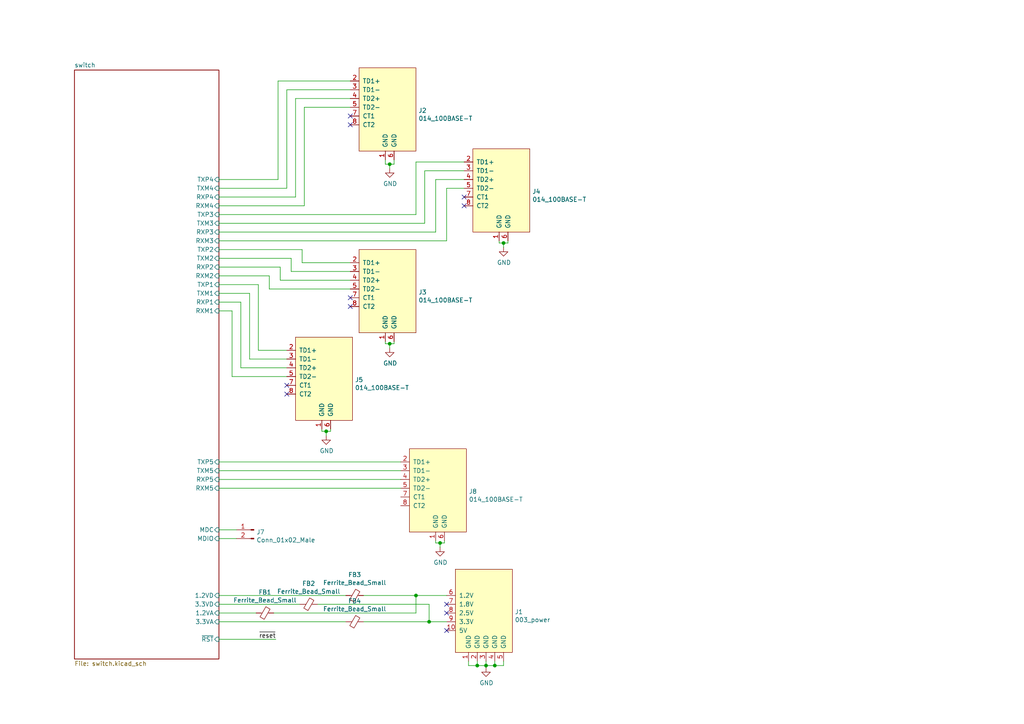
<source format=kicad_sch>
(kicad_sch (version 20211123) (generator eeschema)

  (uuid b88717bd-086f-46cd-9d3f-0396009d0996)

  (paper "A4")

  (lib_symbols
    (symbol "Connector:Conn_01x02_Male" (pin_names (offset 1.016) hide) (in_bom yes) (on_board yes)
      (property "Reference" "J" (id 0) (at 0 2.54 0)
        (effects (font (size 1.27 1.27)))
      )
      (property "Value" "Conn_01x02_Male" (id 1) (at 0 -5.08 0)
        (effects (font (size 1.27 1.27)))
      )
      (property "Footprint" "" (id 2) (at 0 0 0)
        (effects (font (size 1.27 1.27)) hide)
      )
      (property "Datasheet" "~" (id 3) (at 0 0 0)
        (effects (font (size 1.27 1.27)) hide)
      )
      (property "ki_keywords" "connector" (id 4) (at 0 0 0)
        (effects (font (size 1.27 1.27)) hide)
      )
      (property "ki_description" "Generic connector, single row, 01x02, script generated (kicad-library-utils/schlib/autogen/connector/)" (id 5) (at 0 0 0)
        (effects (font (size 1.27 1.27)) hide)
      )
      (property "ki_fp_filters" "Connector*:*_1x??_*" (id 6) (at 0 0 0)
        (effects (font (size 1.27 1.27)) hide)
      )
      (symbol "Conn_01x02_Male_1_1"
        (polyline
          (pts
            (xy 1.27 -2.54)
            (xy 0.8636 -2.54)
          )
          (stroke (width 0.1524) (type default) (color 0 0 0 0))
          (fill (type none))
        )
        (polyline
          (pts
            (xy 1.27 0)
            (xy 0.8636 0)
          )
          (stroke (width 0.1524) (type default) (color 0 0 0 0))
          (fill (type none))
        )
        (rectangle (start 0.8636 -2.413) (end 0 -2.667)
          (stroke (width 0.1524) (type default) (color 0 0 0 0))
          (fill (type outline))
        )
        (rectangle (start 0.8636 0.127) (end 0 -0.127)
          (stroke (width 0.1524) (type default) (color 0 0 0 0))
          (fill (type outline))
        )
        (pin passive line (at 5.08 0 180) (length 3.81)
          (name "Pin_1" (effects (font (size 1.27 1.27))))
          (number "1" (effects (font (size 1.27 1.27))))
        )
        (pin passive line (at 5.08 -2.54 180) (length 3.81)
          (name "Pin_2" (effects (font (size 1.27 1.27))))
          (number "2" (effects (font (size 1.27 1.27))))
        )
      )
    )
    (symbol "Device:Ferrite_Bead_Small" (pin_numbers hide) (pin_names (offset 0)) (in_bom yes) (on_board yes)
      (property "Reference" "FB" (id 0) (at 1.905 1.27 0)
        (effects (font (size 1.27 1.27)) (justify left))
      )
      (property "Value" "Device_Ferrite_Bead_Small" (id 1) (at 1.905 -1.27 0)
        (effects (font (size 1.27 1.27)) (justify left))
      )
      (property "Footprint" "" (id 2) (at -1.778 0 90)
        (effects (font (size 1.27 1.27)) hide)
      )
      (property "Datasheet" "" (id 3) (at 0 0 0)
        (effects (font (size 1.27 1.27)) hide)
      )
      (property "ki_fp_filters" "Inductor_* L_* *Ferrite*" (id 4) (at 0 0 0)
        (effects (font (size 1.27 1.27)) hide)
      )
      (symbol "Ferrite_Bead_Small_0_1"
        (polyline
          (pts
            (xy 0 -1.27)
            (xy 0 -0.7874)
          )
          (stroke (width 0) (type default) (color 0 0 0 0))
          (fill (type none))
        )
        (polyline
          (pts
            (xy 0 0.889)
            (xy 0 1.2954)
          )
          (stroke (width 0) (type default) (color 0 0 0 0))
          (fill (type none))
        )
        (polyline
          (pts
            (xy -1.8288 0.2794)
            (xy -1.1176 1.4986)
            (xy 1.8288 -0.2032)
            (xy 1.1176 -1.4224)
            (xy -1.8288 0.2794)
          )
          (stroke (width 0) (type default) (color 0 0 0 0))
          (fill (type none))
        )
      )
      (symbol "Ferrite_Bead_Small_1_1"
        (pin passive line (at 0 2.54 270) (length 1.27)
          (name "~" (effects (font (size 1.27 1.27))))
          (number "1" (effects (font (size 1.27 1.27))))
        )
        (pin passive line (at 0 -2.54 90) (length 1.27)
          (name "~" (effects (font (size 1.27 1.27))))
          (number "2" (effects (font (size 1.27 1.27))))
        )
      )
    )
    (symbol "power:GND" (power) (pin_names (offset 0)) (in_bom yes) (on_board yes)
      (property "Reference" "#PWR" (id 0) (at 0 -6.35 0)
        (effects (font (size 1.27 1.27)) hide)
      )
      (property "Value" "GND" (id 1) (at 0 -3.81 0)
        (effects (font (size 1.27 1.27)))
      )
      (property "Footprint" "" (id 2) (at 0 0 0)
        (effects (font (size 1.27 1.27)) hide)
      )
      (property "Datasheet" "" (id 3) (at 0 0 0)
        (effects (font (size 1.27 1.27)) hide)
      )
      (property "ki_keywords" "power-flag" (id 4) (at 0 0 0)
        (effects (font (size 1.27 1.27)) hide)
      )
      (property "ki_description" "Power symbol creates a global label with name \"GND\" , ground" (id 5) (at 0 0 0)
        (effects (font (size 1.27 1.27)) hide)
      )
      (symbol "GND_0_1"
        (polyline
          (pts
            (xy 0 0)
            (xy 0 -1.27)
            (xy 1.27 -1.27)
            (xy 0 -2.54)
            (xy -1.27 -1.27)
            (xy 0 -1.27)
          )
          (stroke (width 0) (type default) (color 0 0 0 0))
          (fill (type none))
        )
      )
      (symbol "GND_1_1"
        (pin power_in line (at 0 0 270) (length 0) hide
          (name "GND" (effects (font (size 1.27 1.27))))
          (number "1" (effects (font (size 1.27 1.27))))
        )
      )
    )
    (symbol "put_on_edge:003_power" (pin_names (offset 1.016)) (in_bom yes) (on_board yes)
      (property "Reference" "J" (id 0) (at -2.54 13.97 0)
        (effects (font (size 1.27 1.27)))
      )
      (property "Value" "put_on_edge_003_power" (id 1) (at 8.89 13.97 0)
        (effects (font (size 1.27 1.27)))
      )
      (property "Footprint" "" (id 2) (at 7.62 16.51 0)
        (effects (font (size 1.27 1.27)) hide)
      )
      (property "Datasheet" "" (id 3) (at 7.62 16.51 0)
        (effects (font (size 1.27 1.27)) hide)
      )
      (symbol "003_power_0_1"
        (rectangle (start -8.89 12.7) (end 7.62 -11.43)
          (stroke (width 0) (type default) (color 0 0 0 0))
          (fill (type background))
        )
      )
      (symbol "003_power_1_1"
        (pin power_in line (at -5.08 -13.97 90) (length 2.54)
          (name "GND" (effects (font (size 1.27 1.27))))
          (number "1" (effects (font (size 1.27 1.27))))
        )
        (pin power_out line (at -11.43 -5.08 0) (length 2.54)
          (name "5V" (effects (font (size 1.27 1.27))))
          (number "10" (effects (font (size 1.27 1.27))))
        )
        (pin power_in line (at -2.54 -13.97 90) (length 2.54)
          (name "GND" (effects (font (size 1.27 1.27))))
          (number "2" (effects (font (size 1.27 1.27))))
        )
        (pin power_in line (at 0 -13.97 90) (length 2.54)
          (name "GND" (effects (font (size 1.27 1.27))))
          (number "3" (effects (font (size 1.27 1.27))))
        )
        (pin power_in line (at 2.54 -13.97 90) (length 2.54)
          (name "GND" (effects (font (size 1.27 1.27))))
          (number "4" (effects (font (size 1.27 1.27))))
        )
        (pin power_in line (at 5.08 -13.97 90) (length 2.54)
          (name "GND" (effects (font (size 1.27 1.27))))
          (number "5" (effects (font (size 1.27 1.27))))
        )
        (pin power_out line (at -11.43 5.08 0) (length 2.54)
          (name "1.2V" (effects (font (size 1.27 1.27))))
          (number "6" (effects (font (size 1.27 1.27))))
        )
        (pin power_out line (at -11.43 2.54 0) (length 2.54)
          (name "1.8V" (effects (font (size 1.27 1.27))))
          (number "7" (effects (font (size 1.27 1.27))))
        )
        (pin power_out line (at -11.43 0 0) (length 2.54)
          (name "2.5V" (effects (font (size 1.27 1.27))))
          (number "8" (effects (font (size 1.27 1.27))))
        )
        (pin power_out line (at -11.43 -2.54 0) (length 2.54)
          (name "3.3V" (effects (font (size 1.27 1.27))))
          (number "9" (effects (font (size 1.27 1.27))))
        )
      )
    )
    (symbol "put_on_edge:014_100BASE-T" (pin_names (offset 1.016)) (in_bom yes) (on_board yes)
      (property "Reference" "J" (id 0) (at -2.54 13.97 0)
        (effects (font (size 1.27 1.27)))
      )
      (property "Value" "put_on_edge_014_100BASE-T" (id 1) (at 8.89 13.97 0)
        (effects (font (size 1.27 1.27)))
      )
      (property "Footprint" "" (id 2) (at 7.62 16.51 0)
        (effects (font (size 1.27 1.27)) hide)
      )
      (property "Datasheet" "" (id 3) (at 7.62 16.51 0)
        (effects (font (size 1.27 1.27)) hide)
      )
      (symbol "014_100BASE-T_0_1"
        (rectangle (start -8.89 12.7) (end 7.62 -11.43)
          (stroke (width 0) (type default) (color 0 0 0 0))
          (fill (type background))
        )
      )
      (symbol "014_100BASE-T_1_1"
        (pin power_in line (at -1.27 -13.97 90) (length 2.54)
          (name "GND" (effects (font (size 1.27 1.27))))
          (number "1" (effects (font (size 1.27 1.27))))
        )
        (pin bidirectional line (at -11.43 8.89 0) (length 2.54)
          (name "TD1+" (effects (font (size 1.27 1.27))))
          (number "2" (effects (font (size 1.27 1.27))))
        )
        (pin bidirectional line (at -11.43 6.35 0) (length 2.54)
          (name "TD1-" (effects (font (size 1.27 1.27))))
          (number "3" (effects (font (size 1.27 1.27))))
        )
        (pin bidirectional line (at -11.43 3.81 0) (length 2.54)
          (name "TD2+" (effects (font (size 1.27 1.27))))
          (number "4" (effects (font (size 1.27 1.27))))
        )
        (pin bidirectional line (at -11.43 1.27 0) (length 2.54)
          (name "TD2-" (effects (font (size 1.27 1.27))))
          (number "5" (effects (font (size 1.27 1.27))))
        )
        (pin power_in line (at 1.27 -13.97 90) (length 2.54)
          (name "GND" (effects (font (size 1.27 1.27))))
          (number "6" (effects (font (size 1.27 1.27))))
        )
        (pin bidirectional line (at -11.43 -1.27 0) (length 2.54)
          (name "CT1" (effects (font (size 1.27 1.27))))
          (number "7" (effects (font (size 1.27 1.27))))
        )
        (pin bidirectional line (at -11.43 -3.81 0) (length 2.54)
          (name "CT2" (effects (font (size 1.27 1.27))))
          (number "8" (effects (font (size 1.27 1.27))))
        )
      )
    )
  )

  (junction (at 146.05 70.485) (diameter 0) (color 0 0 0 0)
    (uuid 101ef598-601d-400e-9ef6-d655fbb1dbfa)
  )
  (junction (at 124.46 180.34) (diameter 0) (color 0 0 0 0)
    (uuid 7599133e-c681-4202-85d9-c20dac196c64)
  )
  (junction (at 113.03 47.625) (diameter 0) (color 0 0 0 0)
    (uuid 8087f566-a94d-4bbc-985b-e49ee7762296)
  )
  (junction (at 94.615 125.095) (diameter 0) (color 0 0 0 0)
    (uuid 82be7aae-5d06-4178-8c3e-98760c41b054)
  )
  (junction (at 127.635 157.48) (diameter 0) (color 0 0 0 0)
    (uuid 8bc2c25a-a1f1-4ce8-b96a-a4f8f4c35079)
  )
  (junction (at 143.51 193.04) (diameter 0) (color 0 0 0 0)
    (uuid b1c649b1-f44d-46c7-9dea-818e75a1b87e)
  )
  (junction (at 140.97 193.04) (diameter 0) (color 0 0 0 0)
    (uuid b7199d9b-bebb-4100-9ad3-c2bd31e21d65)
  )
  (junction (at 113.03 99.695) (diameter 0) (color 0 0 0 0)
    (uuid c094494a-f6f7-43fc-a007-4951484ddf3a)
  )
  (junction (at 138.43 193.04) (diameter 0) (color 0 0 0 0)
    (uuid db36f6e3-e72a-487f-bda9-88cc84536f62)
  )
  (junction (at 120.65 172.72) (diameter 0) (color 0 0 0 0)
    (uuid ec31c074-17b2-48e1-ab01-071acad3fa04)
  )

  (no_connect (at 129.54 182.88) (uuid 16bd6381-8ac0-4bf2-9dce-ecc20c724b8d))
  (no_connect (at 83.185 114.3) (uuid 173f6f06-e7d0-42ac-ab03-ce6b79b9eeee))
  (no_connect (at 101.6 86.36) (uuid 2e842263-c0ba-46fd-a760-6624d4c78278))
  (no_connect (at 101.6 36.195) (uuid 309b3bff-19c8-41ec-a84d-63399c649f46))
  (no_connect (at 83.185 111.76) (uuid 4632212f-13ce-4392-bc68-ccb9ba333770))
  (no_connect (at 129.54 177.8) (uuid 85b7594c-358f-454b-b2ad-dd0b1d67ed76))
  (no_connect (at 101.6 88.9) (uuid 8c0807a7-765b-4fa5-baaa-e09a2b610e6b))
  (no_connect (at 101.6 33.655) (uuid bd9595a1-04f3-4fda-8f1b-e65ad874edd3))
  (no_connect (at 134.62 59.69) (uuid be645d0f-8568-47a0-a152-e3ddd33563eb))
  (no_connect (at 129.54 175.26) (uuid c5eb1e4c-ce83-470e-8f32-e20ff1f886a3))
  (no_connect (at 134.62 57.15) (uuid ebd06df3-d52b-4cff-99a2-a771df6d3733))

  (wire (pts (xy 63.5 74.93) (xy 84.455 74.93))
    (stroke (width 0) (type default) (color 0 0 0 0))
    (uuid 0325ec43-0390-4ae2-b055-b1ec6ce17b1c)
  )
  (wire (pts (xy 87.63 72.39) (xy 87.63 76.2))
    (stroke (width 0) (type default) (color 0 0 0 0))
    (uuid 057af6bb-cf6f-4bfb-b0c0-2e92a2c09a47)
  )
  (wire (pts (xy 127.635 157.48) (xy 128.905 157.48))
    (stroke (width 0) (type default) (color 0 0 0 0))
    (uuid 071522c0-d0ed-49b9-906e-6295f67fb0dc)
  )
  (wire (pts (xy 120.65 177.8) (xy 120.65 172.72))
    (stroke (width 0) (type default) (color 0 0 0 0))
    (uuid 0755aee5-bc01-4cb5-b830-583289df50a3)
  )
  (wire (pts (xy 140.97 191.77) (xy 140.97 193.04))
    (stroke (width 0) (type default) (color 0 0 0 0))
    (uuid 0c3dceba-7c95-4b3d-b590-0eb581444beb)
  )
  (wire (pts (xy 63.5 67.31) (xy 126.365 67.31))
    (stroke (width 0) (type default) (color 0 0 0 0))
    (uuid 0ce8d3ab-2662-4158-8a2a-18b782908fc5)
  )
  (wire (pts (xy 123.19 64.77) (xy 123.19 49.53))
    (stroke (width 0) (type default) (color 0 0 0 0))
    (uuid 0e8f7fc0-2ef2-4b90-9c15-8a3a601ee459)
  )
  (wire (pts (xy 93.345 125.095) (xy 94.615 125.095))
    (stroke (width 0) (type default) (color 0 0 0 0))
    (uuid 15fe8f3d-6077-4e0e-81d0-8ec3f4538981)
  )
  (wire (pts (xy 138.43 191.77) (xy 138.43 193.04))
    (stroke (width 0) (type default) (color 0 0 0 0))
    (uuid 16a9ae8c-3ad2-439b-8efe-377c994670c7)
  )
  (wire (pts (xy 92.075 175.26) (xy 124.46 175.26))
    (stroke (width 0) (type default) (color 0 0 0 0))
    (uuid 182b2d54-931d-49d6-9f39-60a752623e36)
  )
  (wire (pts (xy 83.185 54.61) (xy 83.185 26.035))
    (stroke (width 0) (type default) (color 0 0 0 0))
    (uuid 20c315f4-1e4f-49aa-8d61-778a7389df7e)
  )
  (wire (pts (xy 74.93 82.55) (xy 74.93 101.6))
    (stroke (width 0) (type default) (color 0 0 0 0))
    (uuid 22999e73-da32-43a5-9163-4b3a41614f25)
  )
  (wire (pts (xy 67.31 90.17) (xy 67.31 109.22))
    (stroke (width 0) (type default) (color 0 0 0 0))
    (uuid 240c10af-51b5-420e-a6f4-a2c8f5db1db5)
  )
  (wire (pts (xy 81.28 81.28) (xy 101.6 81.28))
    (stroke (width 0) (type default) (color 0 0 0 0))
    (uuid 262f1ea9-0133-4b43-be36-456207ea857c)
  )
  (wire (pts (xy 85.725 28.575) (xy 101.6 28.575))
    (stroke (width 0) (type default) (color 0 0 0 0))
    (uuid 27d56953-c620-4d5b-9c1c-e48bc3d9684a)
  )
  (wire (pts (xy 127.635 158.75) (xy 127.635 157.48))
    (stroke (width 0) (type default) (color 0 0 0 0))
    (uuid 2846428d-39de-4eae-8ce2-64955d56c493)
  )
  (wire (pts (xy 126.365 67.31) (xy 126.365 52.07))
    (stroke (width 0) (type default) (color 0 0 0 0))
    (uuid 29195ea4-8218-44a1-b4bf-466bee0082e4)
  )
  (wire (pts (xy 63.5 62.23) (xy 120.65 62.23))
    (stroke (width 0) (type default) (color 0 0 0 0))
    (uuid 29e058a7-50a3-43e5-81c3-bfee53da08be)
  )
  (wire (pts (xy 69.85 106.68) (xy 83.185 106.68))
    (stroke (width 0) (type default) (color 0 0 0 0))
    (uuid 2d697cf0-e02e-4ed1-a048-a704dab0ee43)
  )
  (wire (pts (xy 63.5 153.67) (xy 68.58 153.67))
    (stroke (width 0) (type default) (color 0 0 0 0))
    (uuid 2dc54bac-8640-4dd7-b8ed-3c7acb01a8ea)
  )
  (wire (pts (xy 63.5 185.42) (xy 80.01 185.42))
    (stroke (width 0) (type default) (color 0 0 0 0))
    (uuid 2f215f15-3d52-4c91-93e6-3ea03a95622f)
  )
  (wire (pts (xy 113.03 99.695) (xy 113.03 100.965))
    (stroke (width 0) (type default) (color 0 0 0 0))
    (uuid 35a9f71f-ba35-47f6-814e-4106ac36c51e)
  )
  (wire (pts (xy 63.5 64.77) (xy 123.19 64.77))
    (stroke (width 0) (type default) (color 0 0 0 0))
    (uuid 382ca670-6ae8-4de6-90f9-f241d1337171)
  )
  (wire (pts (xy 114.3 47.625) (xy 114.3 46.355))
    (stroke (width 0) (type default) (color 0 0 0 0))
    (uuid 3a52f112-cb97-43db-aaeb-20afe27664d7)
  )
  (wire (pts (xy 88.265 31.115) (xy 101.6 31.115))
    (stroke (width 0) (type default) (color 0 0 0 0))
    (uuid 3fd54105-4b7e-4004-9801-76ec66108a22)
  )
  (wire (pts (xy 72.39 104.14) (xy 83.185 104.14))
    (stroke (width 0) (type default) (color 0 0 0 0))
    (uuid 40b14a16-fb82-4b9d-89dd-55cd98abb5cc)
  )
  (wire (pts (xy 111.76 47.625) (xy 113.03 47.625))
    (stroke (width 0) (type default) (color 0 0 0 0))
    (uuid 41acfe41-fac7-432a-a7a3-946566e2d504)
  )
  (wire (pts (xy 63.5 177.8) (xy 74.295 177.8))
    (stroke (width 0) (type default) (color 0 0 0 0))
    (uuid 4a21e717-d46d-4d9e-8b98-af4ecb02d3ec)
  )
  (wire (pts (xy 128.905 157.48) (xy 128.905 156.845))
    (stroke (width 0) (type default) (color 0 0 0 0))
    (uuid 4e315e69-0417-463a-8b7f-469a08d1496e)
  )
  (wire (pts (xy 127.635 157.48) (xy 126.365 157.48))
    (stroke (width 0) (type default) (color 0 0 0 0))
    (uuid 4fa10683-33cd-4dcd-8acc-2415cd63c62a)
  )
  (wire (pts (xy 124.46 180.34) (xy 105.41 180.34))
    (stroke (width 0) (type default) (color 0 0 0 0))
    (uuid 4fb21471-41be-4be8-9687-66030f97befc)
  )
  (wire (pts (xy 67.31 109.22) (xy 83.185 109.22))
    (stroke (width 0) (type default) (color 0 0 0 0))
    (uuid 503dbd88-3e6b-48cc-a2ea-a6e28b52a1f7)
  )
  (wire (pts (xy 84.455 78.74) (xy 101.6 78.74))
    (stroke (width 0) (type default) (color 0 0 0 0))
    (uuid 576c6616-e95d-4f1e-8ead-dea30fcdc8c2)
  )
  (wire (pts (xy 67.31 90.17) (xy 63.5 90.17))
    (stroke (width 0) (type default) (color 0 0 0 0))
    (uuid 592f25e6-a01b-47fd-8172-3da01117d00a)
  )
  (wire (pts (xy 114.3 99.695) (xy 114.3 99.06))
    (stroke (width 0) (type default) (color 0 0 0 0))
    (uuid 5b34a16c-5a14-4291-8242-ea6d6ac54372)
  )
  (wire (pts (xy 120.65 62.23) (xy 120.65 46.99))
    (stroke (width 0) (type default) (color 0 0 0 0))
    (uuid 5cf2db29-f7ab-499a-9907-cdeba64bf0f3)
  )
  (wire (pts (xy 78.105 83.82) (xy 101.6 83.82))
    (stroke (width 0) (type default) (color 0 0 0 0))
    (uuid 5edcefbe-9766-42c8-9529-28d0ec865573)
  )
  (wire (pts (xy 120.65 172.72) (xy 129.54 172.72))
    (stroke (width 0) (type default) (color 0 0 0 0))
    (uuid 60dcd1fe-7079-4cb8-b509-04558ccf5097)
  )
  (wire (pts (xy 111.76 46.355) (xy 111.76 47.625))
    (stroke (width 0) (type default) (color 0 0 0 0))
    (uuid 644ae9fc-3c8e-4089-866e-a12bf371c3e9)
  )
  (wire (pts (xy 144.78 69.85) (xy 144.78 70.485))
    (stroke (width 0) (type default) (color 0 0 0 0))
    (uuid 65134029-dbd2-409a-85a8-13c2a33ff019)
  )
  (wire (pts (xy 72.39 85.09) (xy 72.39 104.14))
    (stroke (width 0) (type default) (color 0 0 0 0))
    (uuid 658dad07-97fd-466c-8b49-21892ac96ea4)
  )
  (wire (pts (xy 143.51 193.04) (xy 140.97 193.04))
    (stroke (width 0) (type default) (color 0 0 0 0))
    (uuid 6595b9c7-02ee-4647-bde5-6b566e35163e)
  )
  (wire (pts (xy 111.76 99.06) (xy 111.76 99.695))
    (stroke (width 0) (type default) (color 0 0 0 0))
    (uuid 6781326c-6e0d-4753-8f28-0f5c687e01f9)
  )
  (wire (pts (xy 105.41 172.72) (xy 120.65 172.72))
    (stroke (width 0) (type default) (color 0 0 0 0))
    (uuid 6d26d68f-1ca7-4ff3-b058-272f1c399047)
  )
  (wire (pts (xy 74.93 101.6) (xy 83.185 101.6))
    (stroke (width 0) (type default) (color 0 0 0 0))
    (uuid 6e68f0cd-800e-4167-9553-71fc59da1eeb)
  )
  (wire (pts (xy 88.265 59.69) (xy 88.265 31.115))
    (stroke (width 0) (type default) (color 0 0 0 0))
    (uuid 6fd4442e-30b3-428b-9306-61418a63d311)
  )
  (wire (pts (xy 124.46 175.26) (xy 124.46 180.34))
    (stroke (width 0) (type default) (color 0 0 0 0))
    (uuid 70e15522-1572-4451-9c0d-6d36ac70d8c6)
  )
  (wire (pts (xy 78.105 80.01) (xy 78.105 83.82))
    (stroke (width 0) (type default) (color 0 0 0 0))
    (uuid 721d1be9-236e-470b-ba69-f1cc6c43faf9)
  )
  (wire (pts (xy 135.89 193.04) (xy 138.43 193.04))
    (stroke (width 0) (type default) (color 0 0 0 0))
    (uuid 730b670c-9bcf-4dcd-9a8d-fcaa61fb0955)
  )
  (wire (pts (xy 140.97 193.04) (xy 140.97 193.675))
    (stroke (width 0) (type default) (color 0 0 0 0))
    (uuid 770ad51a-7219-4633-b24a-bd20feb0a6c5)
  )
  (wire (pts (xy 63.5 54.61) (xy 83.185 54.61))
    (stroke (width 0) (type default) (color 0 0 0 0))
    (uuid 7a4ce4b3-518a-4819-b8b2-5127b3347c64)
  )
  (wire (pts (xy 84.455 74.93) (xy 84.455 78.74))
    (stroke (width 0) (type default) (color 0 0 0 0))
    (uuid 7b044939-8c4d-444f-b9e0-a15fcdeb5a86)
  )
  (wire (pts (xy 83.185 26.035) (xy 101.6 26.035))
    (stroke (width 0) (type default) (color 0 0 0 0))
    (uuid 7e0a03ae-d054-4f76-a131-5c09b8dc1636)
  )
  (wire (pts (xy 144.78 70.485) (xy 146.05 70.485))
    (stroke (width 0) (type default) (color 0 0 0 0))
    (uuid 7f2301df-e4bc-479e-a681-cc59c9a2dbbb)
  )
  (wire (pts (xy 146.05 70.485) (xy 146.05 71.755))
    (stroke (width 0) (type default) (color 0 0 0 0))
    (uuid 7f52d787-caa3-4a92-b1b2-19d554dc29a4)
  )
  (wire (pts (xy 95.885 125.095) (xy 95.885 124.46))
    (stroke (width 0) (type default) (color 0 0 0 0))
    (uuid 814763c2-92e5-4a2c-941c-9bbd073f6e87)
  )
  (wire (pts (xy 72.39 85.09) (xy 63.5 85.09))
    (stroke (width 0) (type default) (color 0 0 0 0))
    (uuid 81a15393-727e-448b-a777-b18773023d89)
  )
  (wire (pts (xy 63.5 77.47) (xy 81.28 77.47))
    (stroke (width 0) (type default) (color 0 0 0 0))
    (uuid 89e83c2e-e90a-4a50-b278-880bac0cfb49)
  )
  (wire (pts (xy 135.89 191.77) (xy 135.89 193.04))
    (stroke (width 0) (type default) (color 0 0 0 0))
    (uuid 8a650ebf-3f78-4ca4-a26b-a5028693e36d)
  )
  (wire (pts (xy 63.5 59.69) (xy 88.265 59.69))
    (stroke (width 0) (type default) (color 0 0 0 0))
    (uuid 8d0c1d66-35ef-4a53-a28f-436a11b54f42)
  )
  (wire (pts (xy 85.725 57.15) (xy 85.725 28.575))
    (stroke (width 0) (type default) (color 0 0 0 0))
    (uuid 9193c41e-d425-447d-b95c-6986d66ea01c)
  )
  (wire (pts (xy 87.63 76.2) (xy 101.6 76.2))
    (stroke (width 0) (type default) (color 0 0 0 0))
    (uuid 935f462d-8b1e-4005-9f1e-17f537ab1756)
  )
  (wire (pts (xy 143.51 191.77) (xy 143.51 193.04))
    (stroke (width 0) (type default) (color 0 0 0 0))
    (uuid 965308c8-e014-459a-b9db-b8493a601c62)
  )
  (wire (pts (xy 113.03 47.625) (xy 114.3 47.625))
    (stroke (width 0) (type default) (color 0 0 0 0))
    (uuid 98c78427-acd5-4f90-9ad6-9f61c4809aec)
  )
  (wire (pts (xy 113.03 99.695) (xy 114.3 99.695))
    (stroke (width 0) (type default) (color 0 0 0 0))
    (uuid 9b3c58a7-a9b9-4498-abc0-f9f43e4f0292)
  )
  (wire (pts (xy 126.365 157.48) (xy 126.365 156.845))
    (stroke (width 0) (type default) (color 0 0 0 0))
    (uuid 9cbf35b8-f4d3-42a3-bb16-04ffd03fd8fd)
  )
  (wire (pts (xy 63.5 87.63) (xy 69.85 87.63))
    (stroke (width 0) (type default) (color 0 0 0 0))
    (uuid a4f86a46-3bc8-4daa-9125-a63f297eb114)
  )
  (wire (pts (xy 81.28 77.47) (xy 81.28 81.28))
    (stroke (width 0) (type default) (color 0 0 0 0))
    (uuid a5e521b9-814e-4853-a5ac-f158785c6269)
  )
  (wire (pts (xy 80.645 52.07) (xy 80.645 23.495))
    (stroke (width 0) (type default) (color 0 0 0 0))
    (uuid a6b7df29-bcf8-46a9-b623-7eaac47f5110)
  )
  (wire (pts (xy 147.32 70.485) (xy 147.32 69.85))
    (stroke (width 0) (type default) (color 0 0 0 0))
    (uuid a8447faf-e0a0-4c4a-ae53-4d4b28669151)
  )
  (wire (pts (xy 80.645 23.495) (xy 101.6 23.495))
    (stroke (width 0) (type default) (color 0 0 0 0))
    (uuid a9b3f6e4-7a6d-4ae8-ad28-3d8458e0ca1a)
  )
  (wire (pts (xy 146.05 193.04) (xy 146.05 191.77))
    (stroke (width 0) (type default) (color 0 0 0 0))
    (uuid abe07c9a-17c3-43b5-b7a6-ae867ac27ea7)
  )
  (wire (pts (xy 123.19 49.53) (xy 134.62 49.53))
    (stroke (width 0) (type default) (color 0 0 0 0))
    (uuid b0906e10-2fbc-4309-a8b4-6fc4cd1a5490)
  )
  (wire (pts (xy 63.5 133.985) (xy 116.205 133.985))
    (stroke (width 0) (type default) (color 0 0 0 0))
    (uuid b1ddb058-f7b2-429c-9489-f4e2242ad7e5)
  )
  (wire (pts (xy 79.375 177.8) (xy 120.65 177.8))
    (stroke (width 0) (type default) (color 0 0 0 0))
    (uuid bd065eaf-e495-4837-bdb3-129934de1fc7)
  )
  (wire (pts (xy 69.85 87.63) (xy 69.85 106.68))
    (stroke (width 0) (type default) (color 0 0 0 0))
    (uuid c09938fd-06b9-4771-9f63-2311626243b3)
  )
  (wire (pts (xy 116.205 141.605) (xy 63.5 141.605))
    (stroke (width 0) (type default) (color 0 0 0 0))
    (uuid c106154f-d948-43e5-abfa-e1b96055d91b)
  )
  (wire (pts (xy 63.5 80.01) (xy 78.105 80.01))
    (stroke (width 0) (type default) (color 0 0 0 0))
    (uuid c1c799a0-3c93-493a-9ad7-8a0561bc69ee)
  )
  (wire (pts (xy 63.5 180.34) (xy 100.33 180.34))
    (stroke (width 0) (type default) (color 0 0 0 0))
    (uuid c25a772d-af9c-4ebc-96f6-0966738c13a8)
  )
  (wire (pts (xy 111.76 99.695) (xy 113.03 99.695))
    (stroke (width 0) (type default) (color 0 0 0 0))
    (uuid c701ee8e-1214-4781-a973-17bef7b6e3eb)
  )
  (wire (pts (xy 146.05 70.485) (xy 147.32 70.485))
    (stroke (width 0) (type default) (color 0 0 0 0))
    (uuid c8029a4c-945d-42ca-871a-dd73ff50a1a3)
  )
  (wire (pts (xy 129.54 54.61) (xy 134.62 54.61))
    (stroke (width 0) (type default) (color 0 0 0 0))
    (uuid c9667181-b3c7-4b01-b8b4-baa29a9aea63)
  )
  (wire (pts (xy 63.5 72.39) (xy 87.63 72.39))
    (stroke (width 0) (type default) (color 0 0 0 0))
    (uuid cb16d05e-318b-4e51-867b-70d791d75bea)
  )
  (wire (pts (xy 68.58 156.21) (xy 63.5 156.21))
    (stroke (width 0) (type default) (color 0 0 0 0))
    (uuid cf386a39-fc62-49dd-8ec5-e044f6bd67ce)
  )
  (wire (pts (xy 63.5 69.85) (xy 129.54 69.85))
    (stroke (width 0) (type default) (color 0 0 0 0))
    (uuid cff34251-839c-4da9-a0ad-85d0fc4e32af)
  )
  (wire (pts (xy 126.365 52.07) (xy 134.62 52.07))
    (stroke (width 0) (type default) (color 0 0 0 0))
    (uuid d0fb0864-e79b-4bdc-8e8e-eed0cabe6d56)
  )
  (wire (pts (xy 129.54 180.34) (xy 124.46 180.34))
    (stroke (width 0) (type default) (color 0 0 0 0))
    (uuid d3d7e298-1d39-4294-a3ab-c84cc0dc5e5a)
  )
  (wire (pts (xy 63.5 172.72) (xy 100.33 172.72))
    (stroke (width 0) (type default) (color 0 0 0 0))
    (uuid d5641ac9-9be7-46bf-90b3-6c83d852b5ba)
  )
  (wire (pts (xy 129.54 69.85) (xy 129.54 54.61))
    (stroke (width 0) (type default) (color 0 0 0 0))
    (uuid d5b800ca-1ab6-4b66-b5f7-2dda5658b504)
  )
  (wire (pts (xy 63.5 57.15) (xy 85.725 57.15))
    (stroke (width 0) (type default) (color 0 0 0 0))
    (uuid d6fb27cf-362d-4568-967c-a5bf49d5931b)
  )
  (wire (pts (xy 63.5 52.07) (xy 80.645 52.07))
    (stroke (width 0) (type default) (color 0 0 0 0))
    (uuid d9c6d5d2-0b49-49ba-a970-cd2c32f74c54)
  )
  (wire (pts (xy 63.5 175.26) (xy 86.995 175.26))
    (stroke (width 0) (type default) (color 0 0 0 0))
    (uuid dde51ae5-b215-445e-92bb-4a12ec410531)
  )
  (wire (pts (xy 94.615 125.095) (xy 95.885 125.095))
    (stroke (width 0) (type default) (color 0 0 0 0))
    (uuid e1535036-5d36-405f-bb86-3819621c4f23)
  )
  (wire (pts (xy 93.345 124.46) (xy 93.345 125.095))
    (stroke (width 0) (type default) (color 0 0 0 0))
    (uuid e40e8cef-4fb0-4fc3-be09-3875b2cc8469)
  )
  (wire (pts (xy 138.43 193.04) (xy 140.97 193.04))
    (stroke (width 0) (type default) (color 0 0 0 0))
    (uuid e4c6fdbb-fdc7-4ad4-a516-240d84cdc120)
  )
  (wire (pts (xy 94.615 126.365) (xy 94.615 125.095))
    (stroke (width 0) (type default) (color 0 0 0 0))
    (uuid e65b62be-e01b-4688-a999-1d1be370c4ae)
  )
  (wire (pts (xy 63.5 82.55) (xy 74.93 82.55))
    (stroke (width 0) (type default) (color 0 0 0 0))
    (uuid ec5c2062-3a41-4636-8803-069e60a1641a)
  )
  (wire (pts (xy 116.205 136.525) (xy 63.5 136.525))
    (stroke (width 0) (type default) (color 0 0 0 0))
    (uuid eee16674-2d21-45b6-ab5e-d669125df26c)
  )
  (wire (pts (xy 143.51 193.04) (xy 146.05 193.04))
    (stroke (width 0) (type default) (color 0 0 0 0))
    (uuid f3628265-0155-43e2-a467-c40ff783e265)
  )
  (wire (pts (xy 63.5 139.065) (xy 116.205 139.065))
    (stroke (width 0) (type default) (color 0 0 0 0))
    (uuid f449bd37-cc90-4487-aee6-2a20b8d2843a)
  )
  (wire (pts (xy 113.03 47.625) (xy 113.03 48.895))
    (stroke (width 0) (type default) (color 0 0 0 0))
    (uuid f4eb0267-179f-46c9-b516-9bfb06bac1ba)
  )
  (wire (pts (xy 120.65 46.99) (xy 134.62 46.99))
    (stroke (width 0) (type default) (color 0 0 0 0))
    (uuid feb26ecb-9193-46ea-a41b-d09305bf0a3e)
  )

  (label "~{reset}" (at 80.01 185.42 180)
    (effects (font (size 1.27 1.27)) (justify right bottom))
    (uuid 61fe293f-6808-4b7f-9340-9aaac7054a97)
  )

  (symbol (lib_id "put_on_edge:003_power") (at 140.97 177.8 0) (unit 1)
    (in_bom yes) (on_board yes)
    (uuid 00000000-0000-0000-0000-000060a0a830)
    (property "Reference" "J1" (id 0) (at 149.3012 177.4698 0)
      (effects (font (size 1.27 1.27)) (justify left))
    )
    (property "Value" "003_power" (id 1) (at 149.3012 179.7812 0)
      (effects (font (size 1.27 1.27)) (justify left))
    )
    (property "Footprint" "on_edge:on_edge_2x05_device" (id 2) (at 148.59 161.29 0)
      (effects (font (size 1.27 1.27)) hide)
    )
    (property "Datasheet" "" (id 3) (at 148.59 161.29 0)
      (effects (font (size 1.27 1.27)) hide)
    )
    (pin "1" (uuid 02fe7830-e856-472d-9dc9-dbb0dfb8d230))
    (pin "10" (uuid 322acbc2-fffe-4787-a9a5-a26399971bdf))
    (pin "2" (uuid e7ee7906-bc08-410f-88ee-7f7c70df7a3f))
    (pin "3" (uuid 8e10ce0d-3ed0-4435-ad55-35769451510f))
    (pin "4" (uuid 11bc6db9-91f6-40e9-aed4-d0a2cd7787e6))
    (pin "5" (uuid 209b3b2f-0fce-4e8e-bbe6-5f4d3d291a30))
    (pin "6" (uuid 7aa9af5b-8265-4f36-b44b-4f65c57d845b))
    (pin "7" (uuid 7cc910f2-74fd-451b-bb1b-0a6c296c61e3))
    (pin "8" (uuid bcf6b6cb-d2d2-411f-b221-af728d1d11df))
    (pin "9" (uuid ad2c2e59-c034-4d71-b690-64f26f121be3))
  )

  (symbol (lib_id "Device:Ferrite_Bead_Small") (at 102.87 172.72 270) (unit 1)
    (in_bom yes) (on_board yes)
    (uuid 00000000-0000-0000-0000-000060a0c353)
    (property "Reference" "FB3" (id 0) (at 102.87 166.7002 90))
    (property "Value" "Ferrite_Bead_Small" (id 1) (at 102.87 169.0116 90))
    (property "Footprint" "Inductor_SMD:L_0805_2012Metric" (id 2) (at 102.87 170.942 90)
      (effects (font (size 1.27 1.27)) hide)
    )
    (property "Datasheet" "~" (id 3) (at 102.87 172.72 0)
      (effects (font (size 1.27 1.27)) hide)
    )
    (pin "1" (uuid 19a76cea-91ca-4777-a1cf-6272316decd5))
    (pin "2" (uuid 6ec291bb-5b88-4934-80dc-aa49158a8c0e))
  )

  (symbol (lib_id "Device:Ferrite_Bead_Small") (at 102.87 180.34 270) (unit 1)
    (in_bom yes) (on_board yes)
    (uuid 00000000-0000-0000-0000-000060a0d0c5)
    (property "Reference" "FB4" (id 0) (at 102.87 174.3202 90))
    (property "Value" "Ferrite_Bead_Small" (id 1) (at 102.87 176.6316 90))
    (property "Footprint" "Inductor_SMD:L_0805_2012Metric" (id 2) (at 102.87 178.562 90)
      (effects (font (size 1.27 1.27)) hide)
    )
    (property "Datasheet" "~" (id 3) (at 102.87 180.34 0)
      (effects (font (size 1.27 1.27)) hide)
    )
    (pin "1" (uuid bcfb0e5c-6252-4605-8607-f1edb2726efc))
    (pin "2" (uuid 22319081-1ef3-4385-91fd-4640d150ed4e))
  )

  (symbol (lib_id "power:GND") (at 140.97 193.675 0) (unit 1)
    (in_bom yes) (on_board yes)
    (uuid 00000000-0000-0000-0000-000060a0e20a)
    (property "Reference" "#PWR0101" (id 0) (at 140.97 200.025 0)
      (effects (font (size 1.27 1.27)) hide)
    )
    (property "Value" "GND" (id 1) (at 141.097 198.0692 0))
    (property "Footprint" "" (id 2) (at 140.97 193.675 0)
      (effects (font (size 1.27 1.27)) hide)
    )
    (property "Datasheet" "" (id 3) (at 140.97 193.675 0)
      (effects (font (size 1.27 1.27)) hide)
    )
    (pin "1" (uuid 0ecb24eb-a7bb-472b-9aef-c14f278963be))
  )

  (symbol (lib_id "Device:Ferrite_Bead_Small") (at 89.535 175.26 270) (unit 1)
    (in_bom yes) (on_board yes)
    (uuid 00000000-0000-0000-0000-000060a0f5c3)
    (property "Reference" "FB2" (id 0) (at 89.535 169.2402 90))
    (property "Value" "Ferrite_Bead_Small" (id 1) (at 89.535 171.5516 90))
    (property "Footprint" "Inductor_SMD:L_0805_2012Metric" (id 2) (at 89.535 173.482 90)
      (effects (font (size 1.27 1.27)) hide)
    )
    (property "Datasheet" "~" (id 3) (at 89.535 175.26 0)
      (effects (font (size 1.27 1.27)) hide)
    )
    (pin "1" (uuid 10f08cf5-bfe7-4d14-8ac9-5f0e5443f3b1))
    (pin "2" (uuid 76a331ca-95b2-43d5-b3fd-2b4a2c927cc0))
  )

  (symbol (lib_id "Device:Ferrite_Bead_Small") (at 76.835 177.8 270) (unit 1)
    (in_bom yes) (on_board yes)
    (uuid 00000000-0000-0000-0000-000060a0fb6e)
    (property "Reference" "FB1" (id 0) (at 76.835 171.7802 90))
    (property "Value" "Ferrite_Bead_Small" (id 1) (at 76.835 174.0916 90))
    (property "Footprint" "Inductor_SMD:L_0805_2012Metric" (id 2) (at 76.835 176.022 90)
      (effects (font (size 1.27 1.27)) hide)
    )
    (property "Datasheet" "~" (id 3) (at 76.835 177.8 0)
      (effects (font (size 1.27 1.27)) hide)
    )
    (pin "1" (uuid dab240a8-a6c4-4850-a87a-16f319081570))
    (pin "2" (uuid 8ef50d9e-64f5-4e17-8519-d20a50206f12))
  )

  (symbol (lib_id "put_on_edge:014_100BASE-T") (at 113.03 32.385 0) (unit 1)
    (in_bom yes) (on_board yes)
    (uuid 00000000-0000-0000-0000-000060a11ebc)
    (property "Reference" "J2" (id 0) (at 121.3612 32.0548 0)
      (effects (font (size 1.27 1.27)) (justify left))
    )
    (property "Value" "014_100BASE-T" (id 1) (at 121.3612 34.3662 0)
      (effects (font (size 1.27 1.27)) (justify left))
    )
    (property "Footprint" "on_edge:on_edge_2x05_host" (id 2) (at 120.65 15.875 0)
      (effects (font (size 1.27 1.27)) hide)
    )
    (property "Datasheet" "" (id 3) (at 120.65 15.875 0)
      (effects (font (size 1.27 1.27)) hide)
    )
    (pin "1" (uuid 8d3a9eec-e9a7-4f7a-a913-1c4b83c46ec3))
    (pin "2" (uuid f81e2caa-f7a2-40dd-8668-c447b8223c0a))
    (pin "3" (uuid 72a9971d-80eb-424e-8388-53dbf5a11496))
    (pin "4" (uuid 2c80d841-6d46-4220-9814-cc2a39811094))
    (pin "5" (uuid ec705384-505f-4603-8625-1542fd0a0c28))
    (pin "6" (uuid 363b6cab-7b3c-40d5-a520-6d268af0a976))
    (pin "7" (uuid 977b4f77-0747-4b07-bb54-222df0fc1d95))
    (pin "8" (uuid b876d8d9-5e97-48de-afb4-c0d9323e8b5f))
  )

  (symbol (lib_id "put_on_edge:014_100BASE-T") (at 113.03 85.09 0) (unit 1)
    (in_bom yes) (on_board yes)
    (uuid 00000000-0000-0000-0000-000060a13580)
    (property "Reference" "J3" (id 0) (at 121.3612 84.7598 0)
      (effects (font (size 1.27 1.27)) (justify left))
    )
    (property "Value" "014_100BASE-T" (id 1) (at 121.3612 87.0712 0)
      (effects (font (size 1.27 1.27)) (justify left))
    )
    (property "Footprint" "on_edge:on_edge_2x05_host" (id 2) (at 120.65 68.58 0)
      (effects (font (size 1.27 1.27)) hide)
    )
    (property "Datasheet" "" (id 3) (at 120.65 68.58 0)
      (effects (font (size 1.27 1.27)) hide)
    )
    (pin "1" (uuid d7323060-fff8-4ec3-979c-3c99e6b8a19f))
    (pin "2" (uuid 61eeb4bf-c446-46df-bd1e-a82934457bde))
    (pin "3" (uuid 865a9162-726f-4a41-97ff-300c179f138e))
    (pin "4" (uuid ac780ebe-5afd-4e74-82f8-509da8ddaa4d))
    (pin "5" (uuid b2f834fe-47f5-4bd9-8d2d-4ccd9a539aab))
    (pin "6" (uuid 872815dc-5dd3-45e3-8971-73ae10c4d9ee))
    (pin "7" (uuid edeb4030-7f14-49fb-9462-99707ceae37e))
    (pin "8" (uuid 9cbdfa6e-b3b8-4040-a485-4cad5722d0ff))
  )

  (symbol (lib_id "put_on_edge:014_100BASE-T") (at 146.05 55.88 0) (unit 1)
    (in_bom yes) (on_board yes)
    (uuid 00000000-0000-0000-0000-000060a13d69)
    (property "Reference" "J4" (id 0) (at 154.3812 55.5498 0)
      (effects (font (size 1.27 1.27)) (justify left))
    )
    (property "Value" "014_100BASE-T" (id 1) (at 154.3812 57.8612 0)
      (effects (font (size 1.27 1.27)) (justify left))
    )
    (property "Footprint" "on_edge:on_edge_2x05_host" (id 2) (at 153.67 39.37 0)
      (effects (font (size 1.27 1.27)) hide)
    )
    (property "Datasheet" "" (id 3) (at 153.67 39.37 0)
      (effects (font (size 1.27 1.27)) hide)
    )
    (pin "1" (uuid 7f6c4566-a90c-4b24-a3a4-7c0b57ef5f10))
    (pin "2" (uuid 1381ec09-df63-4f5e-ab8f-c8612f6d331b))
    (pin "3" (uuid fd59aff9-9402-4cae-9b63-98337da0ec88))
    (pin "4" (uuid 06775ea9-a6e6-4908-b8c3-5eb607f34744))
    (pin "5" (uuid 869cb403-d8e6-45ae-8592-2c71160b9454))
    (pin "6" (uuid 87e9314c-e9ab-4c86-a0e8-1da0807d47e1))
    (pin "7" (uuid fe07e156-941d-4d06-a84c-98d3e5e2dc04))
    (pin "8" (uuid 8124e94f-f891-4493-917c-abb658e9b484))
  )

  (symbol (lib_id "put_on_edge:014_100BASE-T") (at 94.615 110.49 0) (unit 1)
    (in_bom yes) (on_board yes)
    (uuid 00000000-0000-0000-0000-000060a160c0)
    (property "Reference" "J5" (id 0) (at 102.9462 110.1598 0)
      (effects (font (size 1.27 1.27)) (justify left))
    )
    (property "Value" "014_100BASE-T" (id 1) (at 102.9462 112.4712 0)
      (effects (font (size 1.27 1.27)) (justify left))
    )
    (property "Footprint" "on_edge:on_edge_2x05_host" (id 2) (at 102.235 93.98 0)
      (effects (font (size 1.27 1.27)) hide)
    )
    (property "Datasheet" "" (id 3) (at 102.235 93.98 0)
      (effects (font (size 1.27 1.27)) hide)
    )
    (pin "1" (uuid ba561e24-957d-427f-87de-715419008a6b))
    (pin "2" (uuid ec96b5a5-be40-4905-9321-52185965e2b5))
    (pin "3" (uuid 7834a4a3-8999-4ec3-9d27-969dab205b4f))
    (pin "4" (uuid ed43c84c-c4e3-4242-86e0-960b35e34d6d))
    (pin "5" (uuid ce54653e-4463-41fe-adbd-9e0ddc44c74b))
    (pin "6" (uuid 99a6ac3b-48d0-420e-81de-6dadd2b632a0))
    (pin "7" (uuid 2729dd4f-a3e0-4dae-9435-9808feba93c1))
    (pin "8" (uuid b3ae9bc1-acb7-4c2b-9285-0527c2947cfa))
  )

  (symbol (lib_id "power:GND") (at 94.615 126.365 0) (unit 1)
    (in_bom yes) (on_board yes)
    (uuid 00000000-0000-0000-0000-000060a16c27)
    (property "Reference" "#PWR0102" (id 0) (at 94.615 132.715 0)
      (effects (font (size 1.27 1.27)) hide)
    )
    (property "Value" "GND" (id 1) (at 94.742 130.7592 0))
    (property "Footprint" "" (id 2) (at 94.615 126.365 0)
      (effects (font (size 1.27 1.27)) hide)
    )
    (property "Datasheet" "" (id 3) (at 94.615 126.365 0)
      (effects (font (size 1.27 1.27)) hide)
    )
    (pin "1" (uuid 7cd152e6-9b67-4de2-aa52-c7c88e4c4ab2))
  )

  (symbol (lib_id "power:GND") (at 113.03 100.965 0) (unit 1)
    (in_bom yes) (on_board yes)
    (uuid 00000000-0000-0000-0000-000060a17052)
    (property "Reference" "#PWR0103" (id 0) (at 113.03 107.315 0)
      (effects (font (size 1.27 1.27)) hide)
    )
    (property "Value" "GND" (id 1) (at 113.157 105.3592 0))
    (property "Footprint" "" (id 2) (at 113.03 100.965 0)
      (effects (font (size 1.27 1.27)) hide)
    )
    (property "Datasheet" "" (id 3) (at 113.03 100.965 0)
      (effects (font (size 1.27 1.27)) hide)
    )
    (pin "1" (uuid fc5bf72f-979d-4f33-b2df-76dd06b208f1))
  )

  (symbol (lib_id "power:GND") (at 146.05 71.755 0) (unit 1)
    (in_bom yes) (on_board yes)
    (uuid 00000000-0000-0000-0000-000060a179c6)
    (property "Reference" "#PWR0104" (id 0) (at 146.05 78.105 0)
      (effects (font (size 1.27 1.27)) hide)
    )
    (property "Value" "GND" (id 1) (at 146.177 76.1492 0))
    (property "Footprint" "" (id 2) (at 146.05 71.755 0)
      (effects (font (size 1.27 1.27)) hide)
    )
    (property "Datasheet" "" (id 3) (at 146.05 71.755 0)
      (effects (font (size 1.27 1.27)) hide)
    )
    (pin "1" (uuid 859a68af-b1a1-4aad-ac06-90ca7364e640))
  )

  (symbol (lib_id "power:GND") (at 113.03 48.895 0) (unit 1)
    (in_bom yes) (on_board yes)
    (uuid 00000000-0000-0000-0000-000060a18184)
    (property "Reference" "#PWR0105" (id 0) (at 113.03 55.245 0)
      (effects (font (size 1.27 1.27)) hide)
    )
    (property "Value" "GND" (id 1) (at 113.157 53.2892 0))
    (property "Footprint" "" (id 2) (at 113.03 48.895 0)
      (effects (font (size 1.27 1.27)) hide)
    )
    (property "Datasheet" "" (id 3) (at 113.03 48.895 0)
      (effects (font (size 1.27 1.27)) hide)
    )
    (pin "1" (uuid cc161bc5-103e-454f-bc68-ddfa43a9aa07))
  )

  (symbol (lib_id "put_on_edge:014_100BASE-T") (at 127.635 142.875 0) (unit 1)
    (in_bom yes) (on_board yes)
    (uuid 00000000-0000-0000-0000-000060a9993e)
    (property "Reference" "J8" (id 0) (at 135.9662 142.5448 0)
      (effects (font (size 1.27 1.27)) (justify left))
    )
    (property "Value" "014_100BASE-T" (id 1) (at 135.9662 144.8562 0)
      (effects (font (size 1.27 1.27)) (justify left))
    )
    (property "Footprint" "on_edge:on_edge_2x05_host" (id 2) (at 135.255 126.365 0)
      (effects (font (size 1.27 1.27)) hide)
    )
    (property "Datasheet" "" (id 3) (at 135.255 126.365 0)
      (effects (font (size 1.27 1.27)) hide)
    )
    (pin "1" (uuid b9da0bee-9ca4-4256-9832-eaed8a23a561))
    (pin "2" (uuid 9c00ab61-bc85-4894-ab6d-620944c4dd19))
    (pin "3" (uuid 53a0ab9c-dea9-4993-9b2b-b198736ba68f))
    (pin "4" (uuid 852ed01f-6957-4067-acbd-f9eea00a3072))
    (pin "5" (uuid ef01390f-1570-4cc4-8765-ac99a0a4ddaf))
    (pin "6" (uuid 85cdfc6d-20d6-4552-b685-a2cd7ec40e6a))
    (pin "7" (uuid 343b5ac3-f32c-4783-9129-b0dfe211dcdc))
    (pin "8" (uuid 06a14ff3-8f98-4975-a6ff-2c27e2154e34))
  )

  (symbol (lib_id "power:GND") (at 127.635 158.75 0) (unit 1)
    (in_bom yes) (on_board yes)
    (uuid 00000000-0000-0000-0000-000060a99944)
    (property "Reference" "#PWR0106" (id 0) (at 127.635 165.1 0)
      (effects (font (size 1.27 1.27)) hide)
    )
    (property "Value" "GND" (id 1) (at 127.762 163.1442 0))
    (property "Footprint" "" (id 2) (at 127.635 158.75 0)
      (effects (font (size 1.27 1.27)) hide)
    )
    (property "Datasheet" "" (id 3) (at 127.635 158.75 0)
      (effects (font (size 1.27 1.27)) hide)
    )
    (pin "1" (uuid 161ea5db-36cd-460b-95aa-b75125fd755e))
  )

  (symbol (lib_id "Connector:Conn_01x02_Male") (at 73.66 153.67 0) (mirror y) (unit 1)
    (in_bom yes) (on_board yes)
    (uuid 00000000-0000-0000-0000-000060ab06f7)
    (property "Reference" "J7" (id 0) (at 74.3712 154.3304 0)
      (effects (font (size 1.27 1.27)) (justify right))
    )
    (property "Value" "Conn_01x02_Male" (id 1) (at 74.3712 156.6418 0)
      (effects (font (size 1.27 1.27)) (justify right))
    )
    (property "Footprint" "Connector_PinHeader_2.54mm:PinHeader_1x02_P2.54mm_Vertical" (id 2) (at 73.66 153.67 0)
      (effects (font (size 1.27 1.27)) hide)
    )
    (property "Datasheet" "~" (id 3) (at 73.66 153.67 0)
      (effects (font (size 1.27 1.27)) hide)
    )
    (pin "1" (uuid a39339b9-a00c-4a8e-bb6e-78f0cad656a5))
    (pin "2" (uuid 04fd1839-8460-4b9f-8a64-b1d1dde7a376))
  )

  (sheet (at 21.59 20.32) (size 41.91 170.815) (fields_autoplaced)
    (stroke (width 0) (type solid) (color 0 0 0 0))
    (fill (color 0 0 0 0.0000))
    (uuid 00000000-0000-0000-0000-00005d7ad223)
    (property "Sheet name" "switch" (id 0) (at 21.59 19.6084 0)
      (effects (font (size 1.27 1.27)) (justify left bottom))
    )
    (property "Sheet file" "switch.kicad_sch" (id 1) (at 21.59 191.7196 0)
      (effects (font (size 1.27 1.27)) (justify left top))
    )
    (pin "1.2VD" input (at 63.5 172.72 0)
      (effects (font (size 1.27 1.27)) (justify right))
      (uuid c0eca5ed-bc5e-4618-9bcd-80945bea41ed)
    )
    (pin "3.3VD" input (at 63.5 175.26 0)
      (effects (font (size 1.27 1.27)) (justify right))
      (uuid 6bfe5804-2ef9-4c65-b2a7-f01e4014370a)
    )
    (pin "1.2VA" input (at 63.5 177.8 0)
      (effects (font (size 1.27 1.27)) (justify right))
      (uuid 1d9cdadc-9036-4a95-b6db-fa7b3b74c869)
    )
    (pin "3.3VA" input (at 63.5 180.34 0)
      (effects (font (size 1.27 1.27)) (justify right))
      (uuid 3a7648d8-121a-4921-9b92-9b35b76ce39b)
    )
    (pin "~{RST}" input (at 63.5 185.42 0)
      (effects (font (size 1.27 1.27)) (justify right))
      (uuid 24f7628d-681d-4f0e-8409-40a129e929d9)
    )
    (pin "RXP1" input (at 63.5 87.63 0)
      (effects (font (size 1.27 1.27)) (justify right))
      (uuid 3e903008-0276-4a73-8edb-5d9dfde6297c)
    )
    (pin "RXM1" input (at 63.5 90.17 0)
      (effects (font (size 1.27 1.27)) (justify right))
      (uuid 75ffc65c-7132-4411-9f2a-ae0c73d79338)
    )
    (pin "TXP1" input (at 63.5 82.55 0)
      (effects (font (size 1.27 1.27)) (justify right))
      (uuid 6475547d-3216-45a4-a15c-48314f1dd0f9)
    )
    (pin "TXM1" input (at 63.5 85.09 0)
      (effects (font (size 1.27 1.27)) (justify right))
      (uuid 8c6a821f-8e19-48f3-8f44-9b340f7689bc)
    )
    (pin "RXP2" input (at 63.5 77.47 0)
      (effects (font (size 1.27 1.27)) (justify right))
      (uuid 45008225-f50f-4d6b-b508-6730a9408caf)
    )
    (pin "RXM2" input (at 63.5 80.01 0)
      (effects (font (size 1.27 1.27)) (justify right))
      (uuid a544eb0a-75db-4baf-bf54-9ca21744343b)
    )
    (pin "TXP2" input (at 63.5 72.39 0)
      (effects (font (size 1.27 1.27)) (justify right))
      (uuid 1a6d2848-e78e-49fe-8978-e1890f07836f)
    )
    (pin "TXM2" input (at 63.5 74.93 0)
      (effects (font (size 1.27 1.27)) (justify right))
      (uuid 7d34f6b1-ab31-49be-b011-c67fe67a8a56)
    )
    (pin "RXP3" input (at 63.5 67.31 0)
      (effects (font (size 1.27 1.27)) (justify right))
      (uuid 12422a89-3d0c-485c-9386-f77121fd68fd)
    )
    (pin "RXM3" input (at 63.5 69.85 0)
      (effects (font (size 1.27 1.27)) (justify right))
      (uuid 8e06ba1f-e3ba-4eb9-a10e-887dffd566d6)
    )
    (pin "TXP3" input (at 63.5 62.23 0)
      (effects (font (size 1.27 1.27)) (justify right))
      (uuid 40165eda-4ba6-4565-9bb4-b9df6dbb08da)
    )
    (pin "TXM3" input (at 63.5 64.77 0)
      (effects (font (size 1.27 1.27)) (justify right))
      (uuid 7e023245-2c2b-4e2b-bfb9-5d35176e88f2)
    )
    (pin "RXP4" input (at 63.5 57.15 0)
      (effects (font (size 1.27 1.27)) (justify right))
      (uuid 4780a290-d25c-4459-9579-eba3f7678762)
    )
    (pin "RXM4" input (at 63.5 59.69 0)
      (effects (font (size 1.27 1.27)) (justify right))
      (uuid df68c26a-03b5-4466-aecf-ba34b7dce6b7)
    )
    (pin "TXP4" input (at 63.5 52.07 0)
      (effects (font (size 1.27 1.27)) (justify right))
      (uuid babeabf2-f3b0-4ed5-8d9e-0215947e6cf3)
    )
    (pin "TXM4" input (at 63.5 54.61 0)
      (effects (font (size 1.27 1.27)) (justify right))
      (uuid e8c50f1b-c316-4110-9cce-5c24c65a1eaa)
    )
    (pin "RXP5" input (at 63.5 139.065 0)
      (effects (font (size 1.27 1.27)) (justify right))
      (uuid d7269d2a-b8c0-422d-8f25-f79ea31bf75e)
    )
    (pin "RXM5" input (at 63.5 141.605 0)
      (effects (font (size 1.27 1.27)) (justify right))
      (uuid aca4de92-9c41-4c2b-9afa-540d02dafa1c)
    )
    (pin "TXP5" input (at 63.5 133.985 0)
      (effects (font (size 1.27 1.27)) (justify right))
      (uuid c43663ee-9a0d-4f27-a292-89ba89964065)
    )
    (pin "TXM5" input (at 63.5 136.525 0)
      (effects (font (size 1.27 1.27)) (justify right))
      (uuid c830e3bc-dc64-4f65-8f47-3b106bae2807)
    )
    (pin "MDC" input (at 63.5 153.67 0)
      (effects (font (size 1.27 1.27)) (justify right))
      (uuid 25d545dc-8f50-4573-922c-35ef5a2a3a19)
    )
    (pin "MDIO" input (at 63.5 156.21 0)
      (effects (font (size 1.27 1.27)) (justify right))
      (uuid 1e8701fc-ad24-40ea-846a-e3db538d6077)
    )
  )

  (sheet_instances
    (path "/" (page "1"))
    (path "/00000000-0000-0000-0000-00005d7ad223" (page "2"))
  )

  (symbol_instances
    (path "/00000000-0000-0000-0000-000060a0e20a"
      (reference "#PWR0101") (unit 1) (value "GND") (footprint "")
    )
    (path "/00000000-0000-0000-0000-000060a16c27"
      (reference "#PWR0102") (unit 1) (value "GND") (footprint "")
    )
    (path "/00000000-0000-0000-0000-000060a17052"
      (reference "#PWR0103") (unit 1) (value "GND") (footprint "")
    )
    (path "/00000000-0000-0000-0000-000060a179c6"
      (reference "#PWR0104") (unit 1) (value "GND") (footprint "")
    )
    (path "/00000000-0000-0000-0000-000060a18184"
      (reference "#PWR0105") (unit 1) (value "GND") (footprint "")
    )
    (path "/00000000-0000-0000-0000-000060a99944"
      (reference "#PWR0106") (unit 1) (value "GND") (footprint "")
    )
    (path "/00000000-0000-0000-0000-00005d7ad223/00000000-0000-0000-0000-000060a95394"
      (reference "#PWR0107") (unit 1) (value "GND") (footprint "")
    )
    (path "/00000000-0000-0000-0000-00005d7ad223/00000000-0000-0000-0000-000060a958b7"
      (reference "#PWR0108") (unit 1) (value "GNDA") (footprint "")
    )
    (path "/00000000-0000-0000-0000-00005d7ad223/00000000-0000-0000-0000-00005ea5d2b4"
      (reference "#PWR0112") (unit 1) (value "GND") (footprint "")
    )
    (path "/00000000-0000-0000-0000-00005d7ad223/00000000-0000-0000-0000-00005ea5d726"
      (reference "#PWR0113") (unit 1) (value "GND") (footprint "")
    )
    (path "/00000000-0000-0000-0000-00005d7ad223/00000000-0000-0000-0000-00005ea5e44b"
      (reference "#PWR0114") (unit 1) (value "GND") (footprint "")
    )
    (path "/00000000-0000-0000-0000-00005d7ad223/00000000-0000-0000-0000-00005ea5e67d"
      (reference "#PWR0115") (unit 1) (value "GND") (footprint "")
    )
    (path "/00000000-0000-0000-0000-00005d7ad223/00000000-0000-0000-0000-00005ea65e80"
      (reference "#PWR0117") (unit 1) (value "GND") (footprint "")
    )
    (path "/00000000-0000-0000-0000-00005d7ad223/00000000-0000-0000-0000-00005ea65e87"
      (reference "#PWR0118") (unit 1) (value "GND") (footprint "")
    )
    (path "/00000000-0000-0000-0000-00005d7ad223/00000000-0000-0000-0000-00005ea65e8e"
      (reference "#PWR0119") (unit 1) (value "GND") (footprint "")
    )
    (path "/00000000-0000-0000-0000-00005d7ad223/00000000-0000-0000-0000-00005eb87f73"
      (reference "#PWR0120") (unit 1) (value "GNDA") (footprint "")
    )
    (path "/00000000-0000-0000-0000-00005d7ad223/00000000-0000-0000-0000-00005eb88504"
      (reference "#PWR0121") (unit 1) (value "GNDA") (footprint "")
    )
    (path "/00000000-0000-0000-0000-00005d7ad223/00000000-0000-0000-0000-00005eb88634"
      (reference "#PWR0122") (unit 1) (value "GNDA") (footprint "")
    )
    (path "/00000000-0000-0000-0000-00005d7ad223/00000000-0000-0000-0000-00005eb88811"
      (reference "#PWR0123") (unit 1) (value "GNDA") (footprint "")
    )
    (path "/00000000-0000-0000-0000-00005d7ad223/00000000-0000-0000-0000-00005eb889ce"
      (reference "#PWR0124") (unit 1) (value "GNDA") (footprint "")
    )
    (path "/00000000-0000-0000-0000-00005d7ad223/00000000-0000-0000-0000-00005eb88cf8"
      (reference "#PWR0125") (unit 1) (value "GNDA") (footprint "")
    )
    (path "/00000000-0000-0000-0000-00005d7ad223/00000000-0000-0000-0000-00005eb893d6"
      (reference "#PWR0126") (unit 1) (value "GNDA") (footprint "")
    )
    (path "/00000000-0000-0000-0000-00005d7ad223/00000000-0000-0000-0000-00005eb8966f"
      (reference "#PWR0127") (unit 1) (value "GNDA") (footprint "")
    )
    (path "/00000000-0000-0000-0000-00005d7ad223/00000000-0000-0000-0000-00005eb897bf"
      (reference "#PWR0128") (unit 1) (value "GNDA") (footprint "")
    )
    (path "/00000000-0000-0000-0000-00005d7ad223/00000000-0000-0000-0000-00005eb899ad"
      (reference "#PWR0129") (unit 1) (value "GNDA") (footprint "")
    )
    (path "/00000000-0000-0000-0000-00005d7ad223/00000000-0000-0000-0000-00005ea8bd90"
      (reference "#PWR0131") (unit 1) (value "GNDA") (footprint "")
    )
    (path "/00000000-0000-0000-0000-00005d7ad223/00000000-0000-0000-0000-00005eab6a82"
      (reference "#PWR0132") (unit 1) (value "GND") (footprint "")
    )
    (path "/00000000-0000-0000-0000-00005d7ad223/00000000-0000-0000-0000-00005eab7832"
      (reference "#PWR0133") (unit 1) (value "GND") (footprint "")
    )
    (path "/00000000-0000-0000-0000-00005d7ad223/00000000-0000-0000-0000-00005eac4140"
      (reference "#PWR0134") (unit 1) (value "GND") (footprint "")
    )
    (path "/00000000-0000-0000-0000-00005d7ad223/00000000-0000-0000-0000-00005eac47b9"
      (reference "#PWR0135") (unit 1) (value "GND") (footprint "")
    )
    (path "/00000000-0000-0000-0000-00005d7ad223/00000000-0000-0000-0000-00005eb90726"
      (reference "#PWR0136") (unit 1) (value "GND") (footprint "")
    )
    (path "/00000000-0000-0000-0000-00005d7ad223/00000000-0000-0000-0000-00005eb90ba1"
      (reference "#PWR0137") (unit 1) (value "GND") (footprint "")
    )
    (path "/00000000-0000-0000-0000-00005d7ad223/00000000-0000-0000-0000-00005ea6e90c"
      (reference "C1") (unit 1) (value "1uF") (footprint "Capacitor_SMD:C_0402_1005Metric")
    )
    (path "/00000000-0000-0000-0000-00005d7ad223/00000000-0000-0000-0000-00005ea6e93d"
      (reference "C2") (unit 1) (value "1uF") (footprint "Capacitor_SMD:C_0402_1005Metric")
    )
    (path "/00000000-0000-0000-0000-00005d7ad223/00000000-0000-0000-0000-00005ea6e905"
      (reference "C3") (unit 1) (value "1uF") (footprint "Capacitor_SMD:C_0402_1005Metric")
    )
    (path "/00000000-0000-0000-0000-00005d7ad223/00000000-0000-0000-0000-00005ea6e936"
      (reference "C4") (unit 1) (value "1uF") (footprint "Capacitor_SMD:C_0402_1005Metric")
    )
    (path "/00000000-0000-0000-0000-00005d7ad223/00000000-0000-0000-0000-00005ea6e8fe"
      (reference "C5") (unit 1) (value "1uF") (footprint "Capacitor_SMD:C_0402_1005Metric")
    )
    (path "/00000000-0000-0000-0000-00005d7ad223/00000000-0000-0000-0000-00005ea6e92f"
      (reference "C6") (unit 1) (value "1uF") (footprint "Capacitor_SMD:C_0402_1005Metric")
    )
    (path "/00000000-0000-0000-0000-00005d7ad223/00000000-0000-0000-0000-00005ea86192"
      (reference "C7") (unit 1) (value "1uF") (footprint "Capacitor_SMD:C_0402_1005Metric")
    )
    (path "/00000000-0000-0000-0000-00005d7ad223/00000000-0000-0000-0000-00005ea89c39"
      (reference "C8") (unit 1) (value "1uF") (footprint "Capacitor_SMD:C_0402_1005Metric")
    )
    (path "/00000000-0000-0000-0000-00005d7ad223/00000000-0000-0000-0000-00005ea8618b"
      (reference "C9") (unit 1) (value "1uF") (footprint "Capacitor_SMD:C_0402_1005Metric")
    )
    (path "/00000000-0000-0000-0000-00005d7ad223/00000000-0000-0000-0000-00005ea86184"
      (reference "C10") (unit 1) (value "1uF") (footprint "Capacitor_SMD:C_0402_1005Metric")
    )
    (path "/00000000-0000-0000-0000-00005d7ad223/00000000-0000-0000-0000-00005ea5c562"
      (reference "C11") (unit 1) (value "1uF") (footprint "Capacitor_SMD:C_0402_1005Metric")
    )
    (path "/00000000-0000-0000-0000-00005d7ad223/00000000-0000-0000-0000-00005ea65e72"
      (reference "C12") (unit 1) (value "1uF") (footprint "Capacitor_SMD:C_0402_1005Metric")
    )
    (path "/00000000-0000-0000-0000-00005d7ad223/00000000-0000-0000-0000-00005ea5c2b5"
      (reference "C13") (unit 1) (value "1uF") (footprint "Capacitor_SMD:C_0402_1005Metric")
    )
    (path "/00000000-0000-0000-0000-00005d7ad223/00000000-0000-0000-0000-00005ea65e6b"
      (reference "C14") (unit 1) (value "1uF") (footprint "Capacitor_SMD:C_0402_1005Metric")
    )
    (path "/00000000-0000-0000-0000-00005d7ad223/00000000-0000-0000-0000-00005ea5bacb"
      (reference "C15") (unit 1) (value "1uF") (footprint "Capacitor_SMD:C_0402_1005Metric")
    )
    (path "/00000000-0000-0000-0000-00005d7ad223/00000000-0000-0000-0000-00005ea65e64"
      (reference "C16") (unit 1) (value "1uF") (footprint "Capacitor_SMD:C_0402_1005Metric")
    )
    (path "/00000000-0000-0000-0000-00005d7ad223/00000000-0000-0000-0000-00005eb904ec"
      (reference "C25") (unit 1) (value "22pF") (footprint "Capacitor_SMD:C_0402_1005Metric")
    )
    (path "/00000000-0000-0000-0000-00005d7ad223/00000000-0000-0000-0000-00005eb8eac3"
      (reference "C26") (unit 1) (value "22pF") (footprint "Capacitor_SMD:C_0402_1005Metric")
    )
    (path "/00000000-0000-0000-0000-000060a0fb6e"
      (reference "FB1") (unit 1) (value "Ferrite_Bead_Small") (footprint "Inductor_SMD:L_0805_2012Metric")
    )
    (path "/00000000-0000-0000-0000-000060a0f5c3"
      (reference "FB2") (unit 1) (value "Ferrite_Bead_Small") (footprint "Inductor_SMD:L_0805_2012Metric")
    )
    (path "/00000000-0000-0000-0000-000060a0c353"
      (reference "FB3") (unit 1) (value "Ferrite_Bead_Small") (footprint "Inductor_SMD:L_0805_2012Metric")
    )
    (path "/00000000-0000-0000-0000-000060a0d0c5"
      (reference "FB4") (unit 1) (value "Ferrite_Bead_Small") (footprint "Inductor_SMD:L_0805_2012Metric")
    )
    (path "/00000000-0000-0000-0000-000060a0a830"
      (reference "J1") (unit 1) (value "003_power") (footprint "on_edge:on_edge_2x05_device")
    )
    (path "/00000000-0000-0000-0000-000060a11ebc"
      (reference "J2") (unit 1) (value "014_100BASE-T") (footprint "on_edge:on_edge_2x05_host")
    )
    (path "/00000000-0000-0000-0000-000060a13580"
      (reference "J3") (unit 1) (value "014_100BASE-T") (footprint "on_edge:on_edge_2x05_host")
    )
    (path "/00000000-0000-0000-0000-000060a13d69"
      (reference "J4") (unit 1) (value "014_100BASE-T") (footprint "on_edge:on_edge_2x05_host")
    )
    (path "/00000000-0000-0000-0000-000060a160c0"
      (reference "J5") (unit 1) (value "014_100BASE-T") (footprint "on_edge:on_edge_2x05_host")
    )
    (path "/00000000-0000-0000-0000-00005d7ad223/00000000-0000-0000-0000-000060a6d2c7"
      (reference "J6") (unit 1) (value "Conn_01x15_Male") (footprint "Connector_PinHeader_2.54mm:PinHeader_2x08_P2.54mm_Vertical")
    )
    (path "/00000000-0000-0000-0000-000060ab06f7"
      (reference "J7") (unit 1) (value "Conn_01x02_Male") (footprint "Connector_PinHeader_2.54mm:PinHeader_1x02_P2.54mm_Vertical")
    )
    (path "/00000000-0000-0000-0000-000060a9993e"
      (reference "J8") (unit 1) (value "014_100BASE-T") (footprint "on_edge:on_edge_2x05_host")
    )
    (path "/00000000-0000-0000-0000-00005d7ad223/00000000-0000-0000-0000-00005eaacfad"
      (reference "R1") (unit 1) (value "10k") (footprint "Resistor_SMD:R_0402_1005Metric")
    )
    (path "/00000000-0000-0000-0000-00005d7ad223/00000000-0000-0000-0000-00005eaacc5a"
      (reference "R2") (unit 1) (value "10k") (footprint "Resistor_SMD:R_0402_1005Metric")
    )
    (path "/00000000-0000-0000-0000-00005d7ad223/00000000-0000-0000-0000-00005eaac166"
      (reference "R3") (unit 1) (value "10k") (footprint "Resistor_SMD:R_0402_1005Metric")
    )
    (path "/00000000-0000-0000-0000-00005d7ad223/00000000-0000-0000-0000-00005eab689a"
      (reference "R4") (unit 1) (value "10k") (footprint "Resistor_SMD:R_0402_1005Metric")
    )
    (path "/00000000-0000-0000-0000-00005d7ad223/00000000-0000-0000-0000-00005eab5bb1"
      (reference "R5") (unit 1) (value "10k") (footprint "Resistor_SMD:R_0402_1005Metric")
    )
    (path "/00000000-0000-0000-0000-00005d7ad223/00000000-0000-0000-0000-000060a95b96"
      (reference "R6") (unit 1) (value "0R") (footprint "Resistor_SMD:R_0805_2012Metric")
    )
    (path "/00000000-0000-0000-0000-00005d7ad223/00000000-0000-0000-0000-00005ea4e8d1"
      (reference "U1") (unit 1) (value "KSZ8895MQXCA") (footprint "Package_QFP:LQFP-128_14x20mm_P0.5mm")
    )
    (path "/00000000-0000-0000-0000-00005d7ad223/00000000-0000-0000-0000-00005eabe6c1"
      (reference "Y1") (unit 1) (value "25Mhz") (footprint "Crystal:Crystal_SMD_2520-4Pin_2.5x2.0mm")
    )
  )
)

</source>
